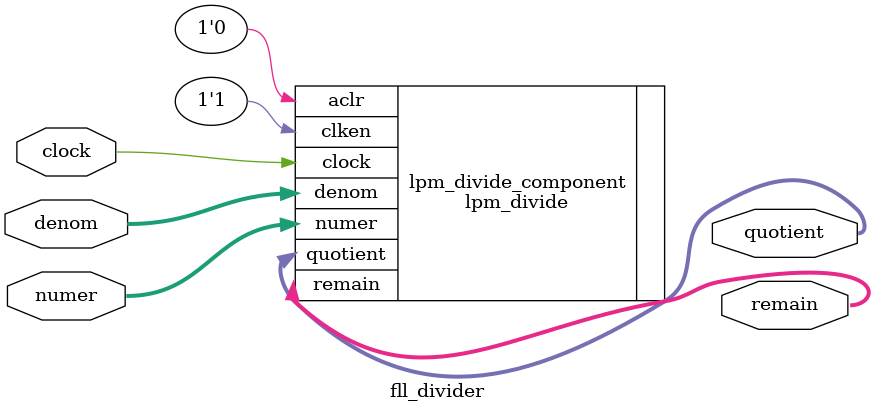
<source format=v>

`timescale 1 ps / 1 ps
// synopsys translate_on
module fll_divider (
    input                       clock,
    input [DEN_WIDTH-1:0]       denom,
    input [NUM_WIDTH-1:0]       numer,
    output wire [NUM_WIDTH-1:0] quotient,
    output wire [DEN_WIDTH-1:0] remain);

   parameter NUM_WIDTH = 9;
   parameter DEN_WIDTH = 9;

   lpm_divide lpm_divide_component (.denom (denom),
				    .clock (clock),
				    .numer (numer),
				    .quotient (quotient),
				    .remain (remain),
				    .aclr (1'b0),
				    .clken (1'b1));
   defparam lpm_divide_component.lpm_drepresentation = "UNSIGNED",
	    lpm_divide_component.lpm_hint = "MAXIMIZE_SPEED=6,LPM_REMAINDERPOSITIVE=TRUE",
	    lpm_divide_component.lpm_nrepresentation = "UNSIGNED",
	    lpm_divide_component.lpm_pipeline = 2,
	    lpm_divide_component.lpm_type = "LPM_DIVIDE",
	    lpm_divide_component.lpm_widthd = DEN_WIDTH,
	    lpm_divide_component.lpm_widthn = NUM_WIDTH;
endmodule

</source>
